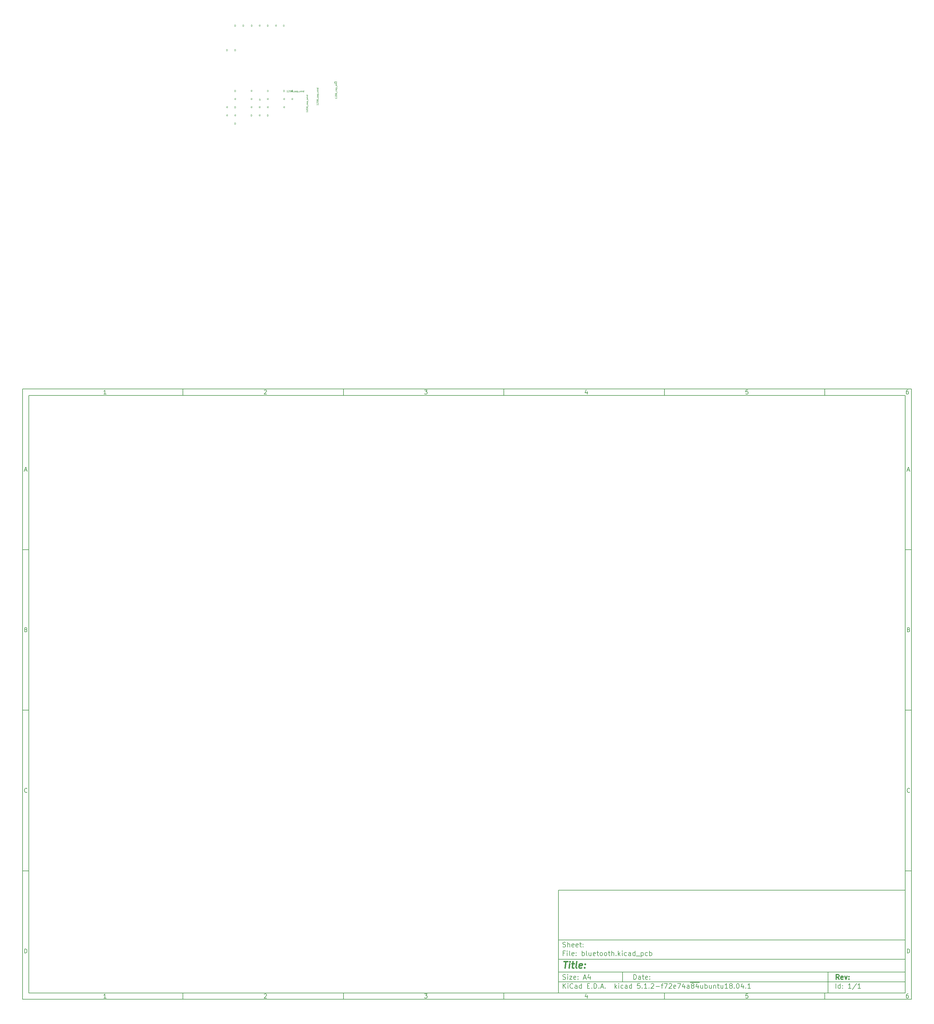
<source format=gbr>
%TF.GenerationSoftware,KiCad,Pcbnew,5.1.2-f72e74a~84~ubuntu18.04.1*%
%TF.CreationDate,2019-07-21T14:48:09+03:00*%
%TF.ProjectId,bluetooth,626c7565-746f-46f7-9468-2e6b69636164,rev?*%
%TF.SameCoordinates,Original*%
%TF.FileFunction,Other,Fab,Top*%
%FSLAX46Y46*%
G04 Gerber Fmt 4.6, Leading zero omitted, Abs format (unit mm)*
G04 Created by KiCad (PCBNEW 5.1.2-f72e74a~84~ubuntu18.04.1) date 2019-07-21 14:48:09*
%MOMM*%
%LPD*%
G04 APERTURE LIST*
%ADD10C,0.100000*%
%ADD11C,0.150000*%
%ADD12C,0.300000*%
%ADD13C,0.400000*%
%ADD14C,0.010000*%
G04 APERTURE END LIST*
D10*
D11*
X177002200Y-166007200D02*
X177002200Y-198007200D01*
X285002200Y-198007200D01*
X285002200Y-166007200D01*
X177002200Y-166007200D01*
D10*
D11*
X10000000Y-10000000D02*
X10000000Y-200007200D01*
X287002200Y-200007200D01*
X287002200Y-10000000D01*
X10000000Y-10000000D01*
D10*
D11*
X12000000Y-12000000D02*
X12000000Y-198007200D01*
X285002200Y-198007200D01*
X285002200Y-12000000D01*
X12000000Y-12000000D01*
D10*
D11*
X60000000Y-12000000D02*
X60000000Y-10000000D01*
D10*
D11*
X110000000Y-12000000D02*
X110000000Y-10000000D01*
D10*
D11*
X160000000Y-12000000D02*
X160000000Y-10000000D01*
D10*
D11*
X210000000Y-12000000D02*
X210000000Y-10000000D01*
D10*
D11*
X260000000Y-12000000D02*
X260000000Y-10000000D01*
D10*
D11*
X36065476Y-11588095D02*
X35322619Y-11588095D01*
X35694047Y-11588095D02*
X35694047Y-10288095D01*
X35570238Y-10473809D01*
X35446428Y-10597619D01*
X35322619Y-10659523D01*
D10*
D11*
X85322619Y-10411904D02*
X85384523Y-10350000D01*
X85508333Y-10288095D01*
X85817857Y-10288095D01*
X85941666Y-10350000D01*
X86003571Y-10411904D01*
X86065476Y-10535714D01*
X86065476Y-10659523D01*
X86003571Y-10845238D01*
X85260714Y-11588095D01*
X86065476Y-11588095D01*
D10*
D11*
X135260714Y-10288095D02*
X136065476Y-10288095D01*
X135632142Y-10783333D01*
X135817857Y-10783333D01*
X135941666Y-10845238D01*
X136003571Y-10907142D01*
X136065476Y-11030952D01*
X136065476Y-11340476D01*
X136003571Y-11464285D01*
X135941666Y-11526190D01*
X135817857Y-11588095D01*
X135446428Y-11588095D01*
X135322619Y-11526190D01*
X135260714Y-11464285D01*
D10*
D11*
X185941666Y-10721428D02*
X185941666Y-11588095D01*
X185632142Y-10226190D02*
X185322619Y-11154761D01*
X186127380Y-11154761D01*
D10*
D11*
X236003571Y-10288095D02*
X235384523Y-10288095D01*
X235322619Y-10907142D01*
X235384523Y-10845238D01*
X235508333Y-10783333D01*
X235817857Y-10783333D01*
X235941666Y-10845238D01*
X236003571Y-10907142D01*
X236065476Y-11030952D01*
X236065476Y-11340476D01*
X236003571Y-11464285D01*
X235941666Y-11526190D01*
X235817857Y-11588095D01*
X235508333Y-11588095D01*
X235384523Y-11526190D01*
X235322619Y-11464285D01*
D10*
D11*
X285941666Y-10288095D02*
X285694047Y-10288095D01*
X285570238Y-10350000D01*
X285508333Y-10411904D01*
X285384523Y-10597619D01*
X285322619Y-10845238D01*
X285322619Y-11340476D01*
X285384523Y-11464285D01*
X285446428Y-11526190D01*
X285570238Y-11588095D01*
X285817857Y-11588095D01*
X285941666Y-11526190D01*
X286003571Y-11464285D01*
X286065476Y-11340476D01*
X286065476Y-11030952D01*
X286003571Y-10907142D01*
X285941666Y-10845238D01*
X285817857Y-10783333D01*
X285570238Y-10783333D01*
X285446428Y-10845238D01*
X285384523Y-10907142D01*
X285322619Y-11030952D01*
D10*
D11*
X60000000Y-198007200D02*
X60000000Y-200007200D01*
D10*
D11*
X110000000Y-198007200D02*
X110000000Y-200007200D01*
D10*
D11*
X160000000Y-198007200D02*
X160000000Y-200007200D01*
D10*
D11*
X210000000Y-198007200D02*
X210000000Y-200007200D01*
D10*
D11*
X260000000Y-198007200D02*
X260000000Y-200007200D01*
D10*
D11*
X36065476Y-199595295D02*
X35322619Y-199595295D01*
X35694047Y-199595295D02*
X35694047Y-198295295D01*
X35570238Y-198481009D01*
X35446428Y-198604819D01*
X35322619Y-198666723D01*
D10*
D11*
X85322619Y-198419104D02*
X85384523Y-198357200D01*
X85508333Y-198295295D01*
X85817857Y-198295295D01*
X85941666Y-198357200D01*
X86003571Y-198419104D01*
X86065476Y-198542914D01*
X86065476Y-198666723D01*
X86003571Y-198852438D01*
X85260714Y-199595295D01*
X86065476Y-199595295D01*
D10*
D11*
X135260714Y-198295295D02*
X136065476Y-198295295D01*
X135632142Y-198790533D01*
X135817857Y-198790533D01*
X135941666Y-198852438D01*
X136003571Y-198914342D01*
X136065476Y-199038152D01*
X136065476Y-199347676D01*
X136003571Y-199471485D01*
X135941666Y-199533390D01*
X135817857Y-199595295D01*
X135446428Y-199595295D01*
X135322619Y-199533390D01*
X135260714Y-199471485D01*
D10*
D11*
X185941666Y-198728628D02*
X185941666Y-199595295D01*
X185632142Y-198233390D02*
X185322619Y-199161961D01*
X186127380Y-199161961D01*
D10*
D11*
X236003571Y-198295295D02*
X235384523Y-198295295D01*
X235322619Y-198914342D01*
X235384523Y-198852438D01*
X235508333Y-198790533D01*
X235817857Y-198790533D01*
X235941666Y-198852438D01*
X236003571Y-198914342D01*
X236065476Y-199038152D01*
X236065476Y-199347676D01*
X236003571Y-199471485D01*
X235941666Y-199533390D01*
X235817857Y-199595295D01*
X235508333Y-199595295D01*
X235384523Y-199533390D01*
X235322619Y-199471485D01*
D10*
D11*
X285941666Y-198295295D02*
X285694047Y-198295295D01*
X285570238Y-198357200D01*
X285508333Y-198419104D01*
X285384523Y-198604819D01*
X285322619Y-198852438D01*
X285322619Y-199347676D01*
X285384523Y-199471485D01*
X285446428Y-199533390D01*
X285570238Y-199595295D01*
X285817857Y-199595295D01*
X285941666Y-199533390D01*
X286003571Y-199471485D01*
X286065476Y-199347676D01*
X286065476Y-199038152D01*
X286003571Y-198914342D01*
X285941666Y-198852438D01*
X285817857Y-198790533D01*
X285570238Y-198790533D01*
X285446428Y-198852438D01*
X285384523Y-198914342D01*
X285322619Y-199038152D01*
D10*
D11*
X10000000Y-60000000D02*
X12000000Y-60000000D01*
D10*
D11*
X10000000Y-110000000D02*
X12000000Y-110000000D01*
D10*
D11*
X10000000Y-160000000D02*
X12000000Y-160000000D01*
D10*
D11*
X10690476Y-35216666D02*
X11309523Y-35216666D01*
X10566666Y-35588095D02*
X11000000Y-34288095D01*
X11433333Y-35588095D01*
D10*
D11*
X11092857Y-84907142D02*
X11278571Y-84969047D01*
X11340476Y-85030952D01*
X11402380Y-85154761D01*
X11402380Y-85340476D01*
X11340476Y-85464285D01*
X11278571Y-85526190D01*
X11154761Y-85588095D01*
X10659523Y-85588095D01*
X10659523Y-84288095D01*
X11092857Y-84288095D01*
X11216666Y-84350000D01*
X11278571Y-84411904D01*
X11340476Y-84535714D01*
X11340476Y-84659523D01*
X11278571Y-84783333D01*
X11216666Y-84845238D01*
X11092857Y-84907142D01*
X10659523Y-84907142D01*
D10*
D11*
X11402380Y-135464285D02*
X11340476Y-135526190D01*
X11154761Y-135588095D01*
X11030952Y-135588095D01*
X10845238Y-135526190D01*
X10721428Y-135402380D01*
X10659523Y-135278571D01*
X10597619Y-135030952D01*
X10597619Y-134845238D01*
X10659523Y-134597619D01*
X10721428Y-134473809D01*
X10845238Y-134350000D01*
X11030952Y-134288095D01*
X11154761Y-134288095D01*
X11340476Y-134350000D01*
X11402380Y-134411904D01*
D10*
D11*
X10659523Y-185588095D02*
X10659523Y-184288095D01*
X10969047Y-184288095D01*
X11154761Y-184350000D01*
X11278571Y-184473809D01*
X11340476Y-184597619D01*
X11402380Y-184845238D01*
X11402380Y-185030952D01*
X11340476Y-185278571D01*
X11278571Y-185402380D01*
X11154761Y-185526190D01*
X10969047Y-185588095D01*
X10659523Y-185588095D01*
D10*
D11*
X287002200Y-60000000D02*
X285002200Y-60000000D01*
D10*
D11*
X287002200Y-110000000D02*
X285002200Y-110000000D01*
D10*
D11*
X287002200Y-160000000D02*
X285002200Y-160000000D01*
D10*
D11*
X285692676Y-35216666D02*
X286311723Y-35216666D01*
X285568866Y-35588095D02*
X286002200Y-34288095D01*
X286435533Y-35588095D01*
D10*
D11*
X286095057Y-84907142D02*
X286280771Y-84969047D01*
X286342676Y-85030952D01*
X286404580Y-85154761D01*
X286404580Y-85340476D01*
X286342676Y-85464285D01*
X286280771Y-85526190D01*
X286156961Y-85588095D01*
X285661723Y-85588095D01*
X285661723Y-84288095D01*
X286095057Y-84288095D01*
X286218866Y-84350000D01*
X286280771Y-84411904D01*
X286342676Y-84535714D01*
X286342676Y-84659523D01*
X286280771Y-84783333D01*
X286218866Y-84845238D01*
X286095057Y-84907142D01*
X285661723Y-84907142D01*
D10*
D11*
X286404580Y-135464285D02*
X286342676Y-135526190D01*
X286156961Y-135588095D01*
X286033152Y-135588095D01*
X285847438Y-135526190D01*
X285723628Y-135402380D01*
X285661723Y-135278571D01*
X285599819Y-135030952D01*
X285599819Y-134845238D01*
X285661723Y-134597619D01*
X285723628Y-134473809D01*
X285847438Y-134350000D01*
X286033152Y-134288095D01*
X286156961Y-134288095D01*
X286342676Y-134350000D01*
X286404580Y-134411904D01*
D10*
D11*
X285661723Y-185588095D02*
X285661723Y-184288095D01*
X285971247Y-184288095D01*
X286156961Y-184350000D01*
X286280771Y-184473809D01*
X286342676Y-184597619D01*
X286404580Y-184845238D01*
X286404580Y-185030952D01*
X286342676Y-185278571D01*
X286280771Y-185402380D01*
X286156961Y-185526190D01*
X285971247Y-185588095D01*
X285661723Y-185588095D01*
D10*
D11*
X200434342Y-193785771D02*
X200434342Y-192285771D01*
X200791485Y-192285771D01*
X201005771Y-192357200D01*
X201148628Y-192500057D01*
X201220057Y-192642914D01*
X201291485Y-192928628D01*
X201291485Y-193142914D01*
X201220057Y-193428628D01*
X201148628Y-193571485D01*
X201005771Y-193714342D01*
X200791485Y-193785771D01*
X200434342Y-193785771D01*
X202577200Y-193785771D02*
X202577200Y-193000057D01*
X202505771Y-192857200D01*
X202362914Y-192785771D01*
X202077200Y-192785771D01*
X201934342Y-192857200D01*
X202577200Y-193714342D02*
X202434342Y-193785771D01*
X202077200Y-193785771D01*
X201934342Y-193714342D01*
X201862914Y-193571485D01*
X201862914Y-193428628D01*
X201934342Y-193285771D01*
X202077200Y-193214342D01*
X202434342Y-193214342D01*
X202577200Y-193142914D01*
X203077200Y-192785771D02*
X203648628Y-192785771D01*
X203291485Y-192285771D02*
X203291485Y-193571485D01*
X203362914Y-193714342D01*
X203505771Y-193785771D01*
X203648628Y-193785771D01*
X204720057Y-193714342D02*
X204577200Y-193785771D01*
X204291485Y-193785771D01*
X204148628Y-193714342D01*
X204077200Y-193571485D01*
X204077200Y-193000057D01*
X204148628Y-192857200D01*
X204291485Y-192785771D01*
X204577200Y-192785771D01*
X204720057Y-192857200D01*
X204791485Y-193000057D01*
X204791485Y-193142914D01*
X204077200Y-193285771D01*
X205434342Y-193642914D02*
X205505771Y-193714342D01*
X205434342Y-193785771D01*
X205362914Y-193714342D01*
X205434342Y-193642914D01*
X205434342Y-193785771D01*
X205434342Y-192857200D02*
X205505771Y-192928628D01*
X205434342Y-193000057D01*
X205362914Y-192928628D01*
X205434342Y-192857200D01*
X205434342Y-193000057D01*
D10*
D11*
X177002200Y-194507200D02*
X285002200Y-194507200D01*
D10*
D11*
X178434342Y-196585771D02*
X178434342Y-195085771D01*
X179291485Y-196585771D02*
X178648628Y-195728628D01*
X179291485Y-195085771D02*
X178434342Y-195942914D01*
X179934342Y-196585771D02*
X179934342Y-195585771D01*
X179934342Y-195085771D02*
X179862914Y-195157200D01*
X179934342Y-195228628D01*
X180005771Y-195157200D01*
X179934342Y-195085771D01*
X179934342Y-195228628D01*
X181505771Y-196442914D02*
X181434342Y-196514342D01*
X181220057Y-196585771D01*
X181077200Y-196585771D01*
X180862914Y-196514342D01*
X180720057Y-196371485D01*
X180648628Y-196228628D01*
X180577200Y-195942914D01*
X180577200Y-195728628D01*
X180648628Y-195442914D01*
X180720057Y-195300057D01*
X180862914Y-195157200D01*
X181077200Y-195085771D01*
X181220057Y-195085771D01*
X181434342Y-195157200D01*
X181505771Y-195228628D01*
X182791485Y-196585771D02*
X182791485Y-195800057D01*
X182720057Y-195657200D01*
X182577200Y-195585771D01*
X182291485Y-195585771D01*
X182148628Y-195657200D01*
X182791485Y-196514342D02*
X182648628Y-196585771D01*
X182291485Y-196585771D01*
X182148628Y-196514342D01*
X182077200Y-196371485D01*
X182077200Y-196228628D01*
X182148628Y-196085771D01*
X182291485Y-196014342D01*
X182648628Y-196014342D01*
X182791485Y-195942914D01*
X184148628Y-196585771D02*
X184148628Y-195085771D01*
X184148628Y-196514342D02*
X184005771Y-196585771D01*
X183720057Y-196585771D01*
X183577200Y-196514342D01*
X183505771Y-196442914D01*
X183434342Y-196300057D01*
X183434342Y-195871485D01*
X183505771Y-195728628D01*
X183577200Y-195657200D01*
X183720057Y-195585771D01*
X184005771Y-195585771D01*
X184148628Y-195657200D01*
X186005771Y-195800057D02*
X186505771Y-195800057D01*
X186720057Y-196585771D02*
X186005771Y-196585771D01*
X186005771Y-195085771D01*
X186720057Y-195085771D01*
X187362914Y-196442914D02*
X187434342Y-196514342D01*
X187362914Y-196585771D01*
X187291485Y-196514342D01*
X187362914Y-196442914D01*
X187362914Y-196585771D01*
X188077200Y-196585771D02*
X188077200Y-195085771D01*
X188434342Y-195085771D01*
X188648628Y-195157200D01*
X188791485Y-195300057D01*
X188862914Y-195442914D01*
X188934342Y-195728628D01*
X188934342Y-195942914D01*
X188862914Y-196228628D01*
X188791485Y-196371485D01*
X188648628Y-196514342D01*
X188434342Y-196585771D01*
X188077200Y-196585771D01*
X189577200Y-196442914D02*
X189648628Y-196514342D01*
X189577200Y-196585771D01*
X189505771Y-196514342D01*
X189577200Y-196442914D01*
X189577200Y-196585771D01*
X190220057Y-196157200D02*
X190934342Y-196157200D01*
X190077200Y-196585771D02*
X190577200Y-195085771D01*
X191077200Y-196585771D01*
X191577200Y-196442914D02*
X191648628Y-196514342D01*
X191577200Y-196585771D01*
X191505771Y-196514342D01*
X191577200Y-196442914D01*
X191577200Y-196585771D01*
X194577200Y-196585771D02*
X194577200Y-195085771D01*
X194720057Y-196014342D02*
X195148628Y-196585771D01*
X195148628Y-195585771D02*
X194577200Y-196157200D01*
X195791485Y-196585771D02*
X195791485Y-195585771D01*
X195791485Y-195085771D02*
X195720057Y-195157200D01*
X195791485Y-195228628D01*
X195862914Y-195157200D01*
X195791485Y-195085771D01*
X195791485Y-195228628D01*
X197148628Y-196514342D02*
X197005771Y-196585771D01*
X196720057Y-196585771D01*
X196577200Y-196514342D01*
X196505771Y-196442914D01*
X196434342Y-196300057D01*
X196434342Y-195871485D01*
X196505771Y-195728628D01*
X196577200Y-195657200D01*
X196720057Y-195585771D01*
X197005771Y-195585771D01*
X197148628Y-195657200D01*
X198434342Y-196585771D02*
X198434342Y-195800057D01*
X198362914Y-195657200D01*
X198220057Y-195585771D01*
X197934342Y-195585771D01*
X197791485Y-195657200D01*
X198434342Y-196514342D02*
X198291485Y-196585771D01*
X197934342Y-196585771D01*
X197791485Y-196514342D01*
X197720057Y-196371485D01*
X197720057Y-196228628D01*
X197791485Y-196085771D01*
X197934342Y-196014342D01*
X198291485Y-196014342D01*
X198434342Y-195942914D01*
X199791485Y-196585771D02*
X199791485Y-195085771D01*
X199791485Y-196514342D02*
X199648628Y-196585771D01*
X199362914Y-196585771D01*
X199220057Y-196514342D01*
X199148628Y-196442914D01*
X199077200Y-196300057D01*
X199077200Y-195871485D01*
X199148628Y-195728628D01*
X199220057Y-195657200D01*
X199362914Y-195585771D01*
X199648628Y-195585771D01*
X199791485Y-195657200D01*
X202362914Y-195085771D02*
X201648628Y-195085771D01*
X201577200Y-195800057D01*
X201648628Y-195728628D01*
X201791485Y-195657200D01*
X202148628Y-195657200D01*
X202291485Y-195728628D01*
X202362914Y-195800057D01*
X202434342Y-195942914D01*
X202434342Y-196300057D01*
X202362914Y-196442914D01*
X202291485Y-196514342D01*
X202148628Y-196585771D01*
X201791485Y-196585771D01*
X201648628Y-196514342D01*
X201577200Y-196442914D01*
X203077200Y-196442914D02*
X203148628Y-196514342D01*
X203077200Y-196585771D01*
X203005771Y-196514342D01*
X203077200Y-196442914D01*
X203077200Y-196585771D01*
X204577200Y-196585771D02*
X203720057Y-196585771D01*
X204148628Y-196585771D02*
X204148628Y-195085771D01*
X204005771Y-195300057D01*
X203862914Y-195442914D01*
X203720057Y-195514342D01*
X205220057Y-196442914D02*
X205291485Y-196514342D01*
X205220057Y-196585771D01*
X205148628Y-196514342D01*
X205220057Y-196442914D01*
X205220057Y-196585771D01*
X205862914Y-195228628D02*
X205934342Y-195157200D01*
X206077200Y-195085771D01*
X206434342Y-195085771D01*
X206577200Y-195157200D01*
X206648628Y-195228628D01*
X206720057Y-195371485D01*
X206720057Y-195514342D01*
X206648628Y-195728628D01*
X205791485Y-196585771D01*
X206720057Y-196585771D01*
X207362914Y-196014342D02*
X208505771Y-196014342D01*
X209005771Y-195585771D02*
X209577200Y-195585771D01*
X209220057Y-196585771D02*
X209220057Y-195300057D01*
X209291485Y-195157200D01*
X209434342Y-195085771D01*
X209577200Y-195085771D01*
X209934342Y-195085771D02*
X210934342Y-195085771D01*
X210291485Y-196585771D01*
X211434342Y-195228628D02*
X211505771Y-195157200D01*
X211648628Y-195085771D01*
X212005771Y-195085771D01*
X212148628Y-195157200D01*
X212220057Y-195228628D01*
X212291485Y-195371485D01*
X212291485Y-195514342D01*
X212220057Y-195728628D01*
X211362914Y-196585771D01*
X212291485Y-196585771D01*
X213505771Y-196514342D02*
X213362914Y-196585771D01*
X213077200Y-196585771D01*
X212934342Y-196514342D01*
X212862914Y-196371485D01*
X212862914Y-195800057D01*
X212934342Y-195657200D01*
X213077200Y-195585771D01*
X213362914Y-195585771D01*
X213505771Y-195657200D01*
X213577200Y-195800057D01*
X213577200Y-195942914D01*
X212862914Y-196085771D01*
X214077200Y-195085771D02*
X215077200Y-195085771D01*
X214434342Y-196585771D01*
X216291485Y-195585771D02*
X216291485Y-196585771D01*
X215934342Y-195014342D02*
X215577200Y-196085771D01*
X216505771Y-196085771D01*
X217720057Y-196585771D02*
X217720057Y-195800057D01*
X217648628Y-195657200D01*
X217505771Y-195585771D01*
X217220057Y-195585771D01*
X217077200Y-195657200D01*
X217720057Y-196514342D02*
X217577200Y-196585771D01*
X217220057Y-196585771D01*
X217077200Y-196514342D01*
X217005771Y-196371485D01*
X217005771Y-196228628D01*
X217077200Y-196085771D01*
X217220057Y-196014342D01*
X217577200Y-196014342D01*
X217720057Y-195942914D01*
X218077200Y-194677200D02*
X219505771Y-194677200D01*
X218648628Y-195728628D02*
X218505771Y-195657200D01*
X218434342Y-195585771D01*
X218362914Y-195442914D01*
X218362914Y-195371485D01*
X218434342Y-195228628D01*
X218505771Y-195157200D01*
X218648628Y-195085771D01*
X218934342Y-195085771D01*
X219077200Y-195157200D01*
X219148628Y-195228628D01*
X219220057Y-195371485D01*
X219220057Y-195442914D01*
X219148628Y-195585771D01*
X219077200Y-195657200D01*
X218934342Y-195728628D01*
X218648628Y-195728628D01*
X218505771Y-195800057D01*
X218434342Y-195871485D01*
X218362914Y-196014342D01*
X218362914Y-196300057D01*
X218434342Y-196442914D01*
X218505771Y-196514342D01*
X218648628Y-196585771D01*
X218934342Y-196585771D01*
X219077200Y-196514342D01*
X219148628Y-196442914D01*
X219220057Y-196300057D01*
X219220057Y-196014342D01*
X219148628Y-195871485D01*
X219077200Y-195800057D01*
X218934342Y-195728628D01*
X219505771Y-194677200D02*
X220934342Y-194677200D01*
X220505771Y-195585771D02*
X220505771Y-196585771D01*
X220148628Y-195014342D02*
X219791485Y-196085771D01*
X220720057Y-196085771D01*
X221934342Y-195585771D02*
X221934342Y-196585771D01*
X221291485Y-195585771D02*
X221291485Y-196371485D01*
X221362914Y-196514342D01*
X221505771Y-196585771D01*
X221720057Y-196585771D01*
X221862914Y-196514342D01*
X221934342Y-196442914D01*
X222648628Y-196585771D02*
X222648628Y-195085771D01*
X222648628Y-195657200D02*
X222791485Y-195585771D01*
X223077200Y-195585771D01*
X223220057Y-195657200D01*
X223291485Y-195728628D01*
X223362914Y-195871485D01*
X223362914Y-196300057D01*
X223291485Y-196442914D01*
X223220057Y-196514342D01*
X223077200Y-196585771D01*
X222791485Y-196585771D01*
X222648628Y-196514342D01*
X224648628Y-195585771D02*
X224648628Y-196585771D01*
X224005771Y-195585771D02*
X224005771Y-196371485D01*
X224077200Y-196514342D01*
X224220057Y-196585771D01*
X224434342Y-196585771D01*
X224577200Y-196514342D01*
X224648628Y-196442914D01*
X225362914Y-195585771D02*
X225362914Y-196585771D01*
X225362914Y-195728628D02*
X225434342Y-195657200D01*
X225577200Y-195585771D01*
X225791485Y-195585771D01*
X225934342Y-195657200D01*
X226005771Y-195800057D01*
X226005771Y-196585771D01*
X226505771Y-195585771D02*
X227077200Y-195585771D01*
X226720057Y-195085771D02*
X226720057Y-196371485D01*
X226791485Y-196514342D01*
X226934342Y-196585771D01*
X227077200Y-196585771D01*
X228220057Y-195585771D02*
X228220057Y-196585771D01*
X227577200Y-195585771D02*
X227577200Y-196371485D01*
X227648628Y-196514342D01*
X227791485Y-196585771D01*
X228005771Y-196585771D01*
X228148628Y-196514342D01*
X228220057Y-196442914D01*
X229720057Y-196585771D02*
X228862914Y-196585771D01*
X229291485Y-196585771D02*
X229291485Y-195085771D01*
X229148628Y-195300057D01*
X229005771Y-195442914D01*
X228862914Y-195514342D01*
X230577200Y-195728628D02*
X230434342Y-195657200D01*
X230362914Y-195585771D01*
X230291485Y-195442914D01*
X230291485Y-195371485D01*
X230362914Y-195228628D01*
X230434342Y-195157200D01*
X230577200Y-195085771D01*
X230862914Y-195085771D01*
X231005771Y-195157200D01*
X231077200Y-195228628D01*
X231148628Y-195371485D01*
X231148628Y-195442914D01*
X231077200Y-195585771D01*
X231005771Y-195657200D01*
X230862914Y-195728628D01*
X230577200Y-195728628D01*
X230434342Y-195800057D01*
X230362914Y-195871485D01*
X230291485Y-196014342D01*
X230291485Y-196300057D01*
X230362914Y-196442914D01*
X230434342Y-196514342D01*
X230577200Y-196585771D01*
X230862914Y-196585771D01*
X231005771Y-196514342D01*
X231077200Y-196442914D01*
X231148628Y-196300057D01*
X231148628Y-196014342D01*
X231077200Y-195871485D01*
X231005771Y-195800057D01*
X230862914Y-195728628D01*
X231791485Y-196442914D02*
X231862914Y-196514342D01*
X231791485Y-196585771D01*
X231720057Y-196514342D01*
X231791485Y-196442914D01*
X231791485Y-196585771D01*
X232791485Y-195085771D02*
X232934342Y-195085771D01*
X233077200Y-195157200D01*
X233148628Y-195228628D01*
X233220057Y-195371485D01*
X233291485Y-195657200D01*
X233291485Y-196014342D01*
X233220057Y-196300057D01*
X233148628Y-196442914D01*
X233077200Y-196514342D01*
X232934342Y-196585771D01*
X232791485Y-196585771D01*
X232648628Y-196514342D01*
X232577200Y-196442914D01*
X232505771Y-196300057D01*
X232434342Y-196014342D01*
X232434342Y-195657200D01*
X232505771Y-195371485D01*
X232577200Y-195228628D01*
X232648628Y-195157200D01*
X232791485Y-195085771D01*
X234577200Y-195585771D02*
X234577200Y-196585771D01*
X234220057Y-195014342D02*
X233862914Y-196085771D01*
X234791485Y-196085771D01*
X235362914Y-196442914D02*
X235434342Y-196514342D01*
X235362914Y-196585771D01*
X235291485Y-196514342D01*
X235362914Y-196442914D01*
X235362914Y-196585771D01*
X236862914Y-196585771D02*
X236005771Y-196585771D01*
X236434342Y-196585771D02*
X236434342Y-195085771D01*
X236291485Y-195300057D01*
X236148628Y-195442914D01*
X236005771Y-195514342D01*
D10*
D11*
X177002200Y-191507200D02*
X285002200Y-191507200D01*
D10*
D12*
X264411485Y-193785771D02*
X263911485Y-193071485D01*
X263554342Y-193785771D02*
X263554342Y-192285771D01*
X264125771Y-192285771D01*
X264268628Y-192357200D01*
X264340057Y-192428628D01*
X264411485Y-192571485D01*
X264411485Y-192785771D01*
X264340057Y-192928628D01*
X264268628Y-193000057D01*
X264125771Y-193071485D01*
X263554342Y-193071485D01*
X265625771Y-193714342D02*
X265482914Y-193785771D01*
X265197200Y-193785771D01*
X265054342Y-193714342D01*
X264982914Y-193571485D01*
X264982914Y-193000057D01*
X265054342Y-192857200D01*
X265197200Y-192785771D01*
X265482914Y-192785771D01*
X265625771Y-192857200D01*
X265697200Y-193000057D01*
X265697200Y-193142914D01*
X264982914Y-193285771D01*
X266197200Y-192785771D02*
X266554342Y-193785771D01*
X266911485Y-192785771D01*
X267482914Y-193642914D02*
X267554342Y-193714342D01*
X267482914Y-193785771D01*
X267411485Y-193714342D01*
X267482914Y-193642914D01*
X267482914Y-193785771D01*
X267482914Y-192857200D02*
X267554342Y-192928628D01*
X267482914Y-193000057D01*
X267411485Y-192928628D01*
X267482914Y-192857200D01*
X267482914Y-193000057D01*
D10*
D11*
X178362914Y-193714342D02*
X178577200Y-193785771D01*
X178934342Y-193785771D01*
X179077200Y-193714342D01*
X179148628Y-193642914D01*
X179220057Y-193500057D01*
X179220057Y-193357200D01*
X179148628Y-193214342D01*
X179077200Y-193142914D01*
X178934342Y-193071485D01*
X178648628Y-193000057D01*
X178505771Y-192928628D01*
X178434342Y-192857200D01*
X178362914Y-192714342D01*
X178362914Y-192571485D01*
X178434342Y-192428628D01*
X178505771Y-192357200D01*
X178648628Y-192285771D01*
X179005771Y-192285771D01*
X179220057Y-192357200D01*
X179862914Y-193785771D02*
X179862914Y-192785771D01*
X179862914Y-192285771D02*
X179791485Y-192357200D01*
X179862914Y-192428628D01*
X179934342Y-192357200D01*
X179862914Y-192285771D01*
X179862914Y-192428628D01*
X180434342Y-192785771D02*
X181220057Y-192785771D01*
X180434342Y-193785771D01*
X181220057Y-193785771D01*
X182362914Y-193714342D02*
X182220057Y-193785771D01*
X181934342Y-193785771D01*
X181791485Y-193714342D01*
X181720057Y-193571485D01*
X181720057Y-193000057D01*
X181791485Y-192857200D01*
X181934342Y-192785771D01*
X182220057Y-192785771D01*
X182362914Y-192857200D01*
X182434342Y-193000057D01*
X182434342Y-193142914D01*
X181720057Y-193285771D01*
X183077200Y-193642914D02*
X183148628Y-193714342D01*
X183077200Y-193785771D01*
X183005771Y-193714342D01*
X183077200Y-193642914D01*
X183077200Y-193785771D01*
X183077200Y-192857200D02*
X183148628Y-192928628D01*
X183077200Y-193000057D01*
X183005771Y-192928628D01*
X183077200Y-192857200D01*
X183077200Y-193000057D01*
X184862914Y-193357200D02*
X185577200Y-193357200D01*
X184720057Y-193785771D02*
X185220057Y-192285771D01*
X185720057Y-193785771D01*
X186862914Y-192785771D02*
X186862914Y-193785771D01*
X186505771Y-192214342D02*
X186148628Y-193285771D01*
X187077200Y-193285771D01*
D10*
D11*
X263434342Y-196585771D02*
X263434342Y-195085771D01*
X264791485Y-196585771D02*
X264791485Y-195085771D01*
X264791485Y-196514342D02*
X264648628Y-196585771D01*
X264362914Y-196585771D01*
X264220057Y-196514342D01*
X264148628Y-196442914D01*
X264077200Y-196300057D01*
X264077200Y-195871485D01*
X264148628Y-195728628D01*
X264220057Y-195657200D01*
X264362914Y-195585771D01*
X264648628Y-195585771D01*
X264791485Y-195657200D01*
X265505771Y-196442914D02*
X265577200Y-196514342D01*
X265505771Y-196585771D01*
X265434342Y-196514342D01*
X265505771Y-196442914D01*
X265505771Y-196585771D01*
X265505771Y-195657200D02*
X265577200Y-195728628D01*
X265505771Y-195800057D01*
X265434342Y-195728628D01*
X265505771Y-195657200D01*
X265505771Y-195800057D01*
X268148628Y-196585771D02*
X267291485Y-196585771D01*
X267720057Y-196585771D02*
X267720057Y-195085771D01*
X267577200Y-195300057D01*
X267434342Y-195442914D01*
X267291485Y-195514342D01*
X269862914Y-195014342D02*
X268577200Y-196942914D01*
X271148628Y-196585771D02*
X270291485Y-196585771D01*
X270720057Y-196585771D02*
X270720057Y-195085771D01*
X270577200Y-195300057D01*
X270434342Y-195442914D01*
X270291485Y-195514342D01*
D10*
D11*
X177002200Y-187507200D02*
X285002200Y-187507200D01*
D10*
D13*
X178714580Y-188211961D02*
X179857438Y-188211961D01*
X179036009Y-190211961D02*
X179286009Y-188211961D01*
X180274104Y-190211961D02*
X180440771Y-188878628D01*
X180524104Y-188211961D02*
X180416961Y-188307200D01*
X180500295Y-188402438D01*
X180607438Y-188307200D01*
X180524104Y-188211961D01*
X180500295Y-188402438D01*
X181107438Y-188878628D02*
X181869342Y-188878628D01*
X181476485Y-188211961D02*
X181262200Y-189926247D01*
X181333628Y-190116723D01*
X181512200Y-190211961D01*
X181702676Y-190211961D01*
X182655057Y-190211961D02*
X182476485Y-190116723D01*
X182405057Y-189926247D01*
X182619342Y-188211961D01*
X184190771Y-190116723D02*
X183988390Y-190211961D01*
X183607438Y-190211961D01*
X183428866Y-190116723D01*
X183357438Y-189926247D01*
X183452676Y-189164342D01*
X183571723Y-188973866D01*
X183774104Y-188878628D01*
X184155057Y-188878628D01*
X184333628Y-188973866D01*
X184405057Y-189164342D01*
X184381247Y-189354819D01*
X183405057Y-189545295D01*
X185155057Y-190021485D02*
X185238390Y-190116723D01*
X185131247Y-190211961D01*
X185047914Y-190116723D01*
X185155057Y-190021485D01*
X185131247Y-190211961D01*
X185286009Y-188973866D02*
X185369342Y-189069104D01*
X185262200Y-189164342D01*
X185178866Y-189069104D01*
X185286009Y-188973866D01*
X185262200Y-189164342D01*
D10*
D11*
X178934342Y-185600057D02*
X178434342Y-185600057D01*
X178434342Y-186385771D02*
X178434342Y-184885771D01*
X179148628Y-184885771D01*
X179720057Y-186385771D02*
X179720057Y-185385771D01*
X179720057Y-184885771D02*
X179648628Y-184957200D01*
X179720057Y-185028628D01*
X179791485Y-184957200D01*
X179720057Y-184885771D01*
X179720057Y-185028628D01*
X180648628Y-186385771D02*
X180505771Y-186314342D01*
X180434342Y-186171485D01*
X180434342Y-184885771D01*
X181791485Y-186314342D02*
X181648628Y-186385771D01*
X181362914Y-186385771D01*
X181220057Y-186314342D01*
X181148628Y-186171485D01*
X181148628Y-185600057D01*
X181220057Y-185457200D01*
X181362914Y-185385771D01*
X181648628Y-185385771D01*
X181791485Y-185457200D01*
X181862914Y-185600057D01*
X181862914Y-185742914D01*
X181148628Y-185885771D01*
X182505771Y-186242914D02*
X182577200Y-186314342D01*
X182505771Y-186385771D01*
X182434342Y-186314342D01*
X182505771Y-186242914D01*
X182505771Y-186385771D01*
X182505771Y-185457200D02*
X182577200Y-185528628D01*
X182505771Y-185600057D01*
X182434342Y-185528628D01*
X182505771Y-185457200D01*
X182505771Y-185600057D01*
X184362914Y-186385771D02*
X184362914Y-184885771D01*
X184362914Y-185457200D02*
X184505771Y-185385771D01*
X184791485Y-185385771D01*
X184934342Y-185457200D01*
X185005771Y-185528628D01*
X185077200Y-185671485D01*
X185077200Y-186100057D01*
X185005771Y-186242914D01*
X184934342Y-186314342D01*
X184791485Y-186385771D01*
X184505771Y-186385771D01*
X184362914Y-186314342D01*
X185934342Y-186385771D02*
X185791485Y-186314342D01*
X185720057Y-186171485D01*
X185720057Y-184885771D01*
X187148628Y-185385771D02*
X187148628Y-186385771D01*
X186505771Y-185385771D02*
X186505771Y-186171485D01*
X186577200Y-186314342D01*
X186720057Y-186385771D01*
X186934342Y-186385771D01*
X187077200Y-186314342D01*
X187148628Y-186242914D01*
X188434342Y-186314342D02*
X188291485Y-186385771D01*
X188005771Y-186385771D01*
X187862914Y-186314342D01*
X187791485Y-186171485D01*
X187791485Y-185600057D01*
X187862914Y-185457200D01*
X188005771Y-185385771D01*
X188291485Y-185385771D01*
X188434342Y-185457200D01*
X188505771Y-185600057D01*
X188505771Y-185742914D01*
X187791485Y-185885771D01*
X188934342Y-185385771D02*
X189505771Y-185385771D01*
X189148628Y-184885771D02*
X189148628Y-186171485D01*
X189220057Y-186314342D01*
X189362914Y-186385771D01*
X189505771Y-186385771D01*
X190220057Y-186385771D02*
X190077200Y-186314342D01*
X190005771Y-186242914D01*
X189934342Y-186100057D01*
X189934342Y-185671485D01*
X190005771Y-185528628D01*
X190077200Y-185457200D01*
X190220057Y-185385771D01*
X190434342Y-185385771D01*
X190577200Y-185457200D01*
X190648628Y-185528628D01*
X190720057Y-185671485D01*
X190720057Y-186100057D01*
X190648628Y-186242914D01*
X190577200Y-186314342D01*
X190434342Y-186385771D01*
X190220057Y-186385771D01*
X191577200Y-186385771D02*
X191434342Y-186314342D01*
X191362914Y-186242914D01*
X191291485Y-186100057D01*
X191291485Y-185671485D01*
X191362914Y-185528628D01*
X191434342Y-185457200D01*
X191577200Y-185385771D01*
X191791485Y-185385771D01*
X191934342Y-185457200D01*
X192005771Y-185528628D01*
X192077200Y-185671485D01*
X192077200Y-186100057D01*
X192005771Y-186242914D01*
X191934342Y-186314342D01*
X191791485Y-186385771D01*
X191577200Y-186385771D01*
X192505771Y-185385771D02*
X193077200Y-185385771D01*
X192720057Y-184885771D02*
X192720057Y-186171485D01*
X192791485Y-186314342D01*
X192934342Y-186385771D01*
X193077200Y-186385771D01*
X193577200Y-186385771D02*
X193577200Y-184885771D01*
X194220057Y-186385771D02*
X194220057Y-185600057D01*
X194148628Y-185457200D01*
X194005771Y-185385771D01*
X193791485Y-185385771D01*
X193648628Y-185457200D01*
X193577200Y-185528628D01*
X194934342Y-186242914D02*
X195005771Y-186314342D01*
X194934342Y-186385771D01*
X194862914Y-186314342D01*
X194934342Y-186242914D01*
X194934342Y-186385771D01*
X195648628Y-186385771D02*
X195648628Y-184885771D01*
X195791485Y-185814342D02*
X196220057Y-186385771D01*
X196220057Y-185385771D02*
X195648628Y-185957200D01*
X196862914Y-186385771D02*
X196862914Y-185385771D01*
X196862914Y-184885771D02*
X196791485Y-184957200D01*
X196862914Y-185028628D01*
X196934342Y-184957200D01*
X196862914Y-184885771D01*
X196862914Y-185028628D01*
X198220057Y-186314342D02*
X198077200Y-186385771D01*
X197791485Y-186385771D01*
X197648628Y-186314342D01*
X197577200Y-186242914D01*
X197505771Y-186100057D01*
X197505771Y-185671485D01*
X197577200Y-185528628D01*
X197648628Y-185457200D01*
X197791485Y-185385771D01*
X198077200Y-185385771D01*
X198220057Y-185457200D01*
X199505771Y-186385771D02*
X199505771Y-185600057D01*
X199434342Y-185457200D01*
X199291485Y-185385771D01*
X199005771Y-185385771D01*
X198862914Y-185457200D01*
X199505771Y-186314342D02*
X199362914Y-186385771D01*
X199005771Y-186385771D01*
X198862914Y-186314342D01*
X198791485Y-186171485D01*
X198791485Y-186028628D01*
X198862914Y-185885771D01*
X199005771Y-185814342D01*
X199362914Y-185814342D01*
X199505771Y-185742914D01*
X200862914Y-186385771D02*
X200862914Y-184885771D01*
X200862914Y-186314342D02*
X200720057Y-186385771D01*
X200434342Y-186385771D01*
X200291485Y-186314342D01*
X200220057Y-186242914D01*
X200148628Y-186100057D01*
X200148628Y-185671485D01*
X200220057Y-185528628D01*
X200291485Y-185457200D01*
X200434342Y-185385771D01*
X200720057Y-185385771D01*
X200862914Y-185457200D01*
X201220057Y-186528628D02*
X202362914Y-186528628D01*
X202720057Y-185385771D02*
X202720057Y-186885771D01*
X202720057Y-185457200D02*
X202862914Y-185385771D01*
X203148628Y-185385771D01*
X203291485Y-185457200D01*
X203362914Y-185528628D01*
X203434342Y-185671485D01*
X203434342Y-186100057D01*
X203362914Y-186242914D01*
X203291485Y-186314342D01*
X203148628Y-186385771D01*
X202862914Y-186385771D01*
X202720057Y-186314342D01*
X204720057Y-186314342D02*
X204577200Y-186385771D01*
X204291485Y-186385771D01*
X204148628Y-186314342D01*
X204077200Y-186242914D01*
X204005771Y-186100057D01*
X204005771Y-185671485D01*
X204077200Y-185528628D01*
X204148628Y-185457200D01*
X204291485Y-185385771D01*
X204577200Y-185385771D01*
X204720057Y-185457200D01*
X205362914Y-186385771D02*
X205362914Y-184885771D01*
X205362914Y-185457200D02*
X205505771Y-185385771D01*
X205791485Y-185385771D01*
X205934342Y-185457200D01*
X206005771Y-185528628D01*
X206077200Y-185671485D01*
X206077200Y-186100057D01*
X206005771Y-186242914D01*
X205934342Y-186314342D01*
X205791485Y-186385771D01*
X205505771Y-186385771D01*
X205362914Y-186314342D01*
D10*
D11*
X177002200Y-181507200D02*
X285002200Y-181507200D01*
D10*
D11*
X178362914Y-183614342D02*
X178577200Y-183685771D01*
X178934342Y-183685771D01*
X179077200Y-183614342D01*
X179148628Y-183542914D01*
X179220057Y-183400057D01*
X179220057Y-183257200D01*
X179148628Y-183114342D01*
X179077200Y-183042914D01*
X178934342Y-182971485D01*
X178648628Y-182900057D01*
X178505771Y-182828628D01*
X178434342Y-182757200D01*
X178362914Y-182614342D01*
X178362914Y-182471485D01*
X178434342Y-182328628D01*
X178505771Y-182257200D01*
X178648628Y-182185771D01*
X179005771Y-182185771D01*
X179220057Y-182257200D01*
X179862914Y-183685771D02*
X179862914Y-182185771D01*
X180505771Y-183685771D02*
X180505771Y-182900057D01*
X180434342Y-182757200D01*
X180291485Y-182685771D01*
X180077200Y-182685771D01*
X179934342Y-182757200D01*
X179862914Y-182828628D01*
X181791485Y-183614342D02*
X181648628Y-183685771D01*
X181362914Y-183685771D01*
X181220057Y-183614342D01*
X181148628Y-183471485D01*
X181148628Y-182900057D01*
X181220057Y-182757200D01*
X181362914Y-182685771D01*
X181648628Y-182685771D01*
X181791485Y-182757200D01*
X181862914Y-182900057D01*
X181862914Y-183042914D01*
X181148628Y-183185771D01*
X183077200Y-183614342D02*
X182934342Y-183685771D01*
X182648628Y-183685771D01*
X182505771Y-183614342D01*
X182434342Y-183471485D01*
X182434342Y-182900057D01*
X182505771Y-182757200D01*
X182648628Y-182685771D01*
X182934342Y-182685771D01*
X183077200Y-182757200D01*
X183148628Y-182900057D01*
X183148628Y-183042914D01*
X182434342Y-183185771D01*
X183577200Y-182685771D02*
X184148628Y-182685771D01*
X183791485Y-182185771D02*
X183791485Y-183471485D01*
X183862914Y-183614342D01*
X184005771Y-183685771D01*
X184148628Y-183685771D01*
X184648628Y-183542914D02*
X184720057Y-183614342D01*
X184648628Y-183685771D01*
X184577200Y-183614342D01*
X184648628Y-183542914D01*
X184648628Y-183685771D01*
X184648628Y-182757200D02*
X184720057Y-182828628D01*
X184648628Y-182900057D01*
X184577200Y-182828628D01*
X184648628Y-182757200D01*
X184648628Y-182900057D01*
D10*
D11*
X197002200Y-191507200D02*
X197002200Y-194507200D01*
D10*
D11*
X261002200Y-191507200D02*
X261002200Y-198007200D01*
D14*
X107281380Y85703433D02*
X107281380Y85712957D01*
X107279000Y85717719D01*
X107276619Y85720100D01*
X107269476Y85724862D01*
X107259952Y85727243D01*
X107240904Y85727243D01*
X107236142Y85724862D01*
X107233761Y85722481D01*
X107231380Y85717719D01*
X107231380Y85708195D01*
X107233761Y85703433D01*
X107236142Y85701052D01*
X107240904Y85698671D01*
X107252809Y85698671D01*
X107257571Y85701052D01*
X107259952Y85703433D01*
X107262333Y85708195D01*
X107262333Y85717719D01*
X107259952Y85722481D01*
X107257571Y85724862D01*
X107252809Y85727243D01*
X107281380Y85667719D02*
X107281380Y85662957D01*
X107279000Y85658195D01*
X107276619Y85655814D01*
X107271857Y85653433D01*
X107262333Y85651052D01*
X107250428Y85651052D01*
X107240904Y85653433D01*
X107236142Y85655814D01*
X107233761Y85658195D01*
X107231380Y85662957D01*
X107231380Y85667719D01*
X107233761Y85672481D01*
X107236142Y85674862D01*
X107240904Y85677243D01*
X107250428Y85679624D01*
X107262333Y85679624D01*
X107271857Y85677243D01*
X107276619Y85674862D01*
X107279000Y85672481D01*
X107281380Y85667719D01*
X107236142Y85629624D02*
X107233761Y85627243D01*
X107231380Y85629624D01*
X107233761Y85632005D01*
X107236142Y85629624D01*
X107231380Y85629624D01*
X107281380Y85582005D02*
X107281380Y85605814D01*
X107257571Y85608195D01*
X107259952Y85605814D01*
X107262333Y85601052D01*
X107262333Y85589148D01*
X107259952Y85584386D01*
X107257571Y85582005D01*
X107252809Y85579624D01*
X107240904Y85579624D01*
X107236142Y85582005D01*
X107233761Y85584386D01*
X107231380Y85589148D01*
X107231380Y85601052D01*
X107233761Y85605814D01*
X107236142Y85608195D01*
X107281380Y85562957D02*
X107281380Y85529624D01*
X107231380Y85551052D01*
X107231380Y85508195D02*
X107231380Y85498671D01*
X107233761Y85493910D01*
X107236142Y85491529D01*
X107243285Y85486767D01*
X107252809Y85484386D01*
X107271857Y85484386D01*
X107276619Y85486767D01*
X107279000Y85489148D01*
X107281380Y85493910D01*
X107281380Y85503433D01*
X107279000Y85508195D01*
X107276619Y85510576D01*
X107271857Y85512957D01*
X107259952Y85512957D01*
X107255190Y85510576D01*
X107252809Y85508195D01*
X107250428Y85503433D01*
X107250428Y85493910D01*
X107252809Y85489148D01*
X107255190Y85486767D01*
X107259952Y85484386D01*
X107233761Y85460576D02*
X107231380Y85460576D01*
X107226619Y85462957D01*
X107224238Y85465338D01*
X107264714Y85379624D02*
X107231380Y85379624D01*
X107283761Y85391529D02*
X107248047Y85403433D01*
X107248047Y85372481D01*
X107231380Y85351052D02*
X107231380Y85341529D01*
X107233761Y85336767D01*
X107236142Y85334386D01*
X107243285Y85329624D01*
X107252809Y85327243D01*
X107271857Y85327243D01*
X107276619Y85329624D01*
X107279000Y85332005D01*
X107281380Y85336767D01*
X107281380Y85346290D01*
X107279000Y85351052D01*
X107276619Y85353433D01*
X107271857Y85355814D01*
X107259952Y85355814D01*
X107255190Y85353433D01*
X107252809Y85351052D01*
X107250428Y85346290D01*
X107250428Y85336767D01*
X107252809Y85332005D01*
X107255190Y85329624D01*
X107259952Y85327243D01*
X107236142Y85305814D02*
X107233761Y85303433D01*
X107231380Y85305814D01*
X107233761Y85308195D01*
X107236142Y85305814D01*
X107231380Y85305814D01*
X107281380Y85272481D02*
X107281380Y85267719D01*
X107279000Y85262957D01*
X107276619Y85260576D01*
X107271857Y85258195D01*
X107262333Y85255814D01*
X107250428Y85255814D01*
X107240904Y85258195D01*
X107236142Y85260576D01*
X107233761Y85262957D01*
X107231380Y85267719D01*
X107231380Y85272481D01*
X107233761Y85277243D01*
X107236142Y85279624D01*
X107240904Y85282005D01*
X107250428Y85284386D01*
X107262333Y85284386D01*
X107271857Y85282005D01*
X107276619Y85279624D01*
X107279000Y85277243D01*
X107281380Y85272481D01*
X107276619Y85236767D02*
X107279000Y85234386D01*
X107281380Y85229624D01*
X107281380Y85217719D01*
X107279000Y85212957D01*
X107276619Y85210576D01*
X107271857Y85208195D01*
X107267095Y85208195D01*
X107259952Y85210576D01*
X107231380Y85239148D01*
X107231380Y85208195D01*
X107276619Y85189148D02*
X107279000Y85186767D01*
X107281380Y85182005D01*
X107281380Y85170100D01*
X107279000Y85165338D01*
X107276619Y85162957D01*
X107271857Y85160576D01*
X107267095Y85160576D01*
X107259952Y85162957D01*
X107231380Y85191529D01*
X107231380Y85160576D01*
X107204000Y84835910D02*
G75*
G03X107204000Y84835910I-10000J0D01*
G01*
%TO.C,Cap_2*%
D10*
X92629047Y82503809D02*
X92343333Y82503809D01*
X92486190Y82503809D02*
X92486190Y83003809D01*
X92438571Y82932380D01*
X92390952Y82884761D01*
X92343333Y82860952D01*
X92819523Y82956190D02*
X92843333Y82980000D01*
X92890952Y83003809D01*
X93010000Y83003809D01*
X93057619Y82980000D01*
X93081428Y82956190D01*
X93105238Y82908571D01*
X93105238Y82860952D01*
X93081428Y82789523D01*
X92795714Y82503809D01*
X93105238Y82503809D01*
X93414761Y83003809D02*
X93462380Y83003809D01*
X93510000Y82980000D01*
X93533809Y82956190D01*
X93557619Y82908571D01*
X93581428Y82813333D01*
X93581428Y82694285D01*
X93557619Y82599047D01*
X93533809Y82551428D01*
X93510000Y82527619D01*
X93462380Y82503809D01*
X93414761Y82503809D01*
X93367142Y82527619D01*
X93343333Y82551428D01*
X93319523Y82599047D01*
X93295714Y82694285D01*
X93295714Y82813333D01*
X93319523Y82908571D01*
X93343333Y82956190D01*
X93367142Y82980000D01*
X93414761Y83003809D01*
X94010000Y83003809D02*
X93914761Y83003809D01*
X93867142Y82980000D01*
X93843333Y82956190D01*
X93795714Y82884761D01*
X93771904Y82789523D01*
X93771904Y82599047D01*
X93795714Y82551428D01*
X93819523Y82527619D01*
X93867142Y82503809D01*
X93962380Y82503809D01*
X94010000Y82527619D01*
X94033809Y82551428D01*
X94057619Y82599047D01*
X94057619Y82718095D01*
X94033809Y82765714D01*
X94010000Y82789523D01*
X93962380Y82813333D01*
X93867142Y82813333D01*
X93819523Y82789523D01*
X93795714Y82765714D01*
X93771904Y82718095D01*
X94152857Y82456190D02*
X94533809Y82456190D01*
X94867142Y82527619D02*
X94819523Y82503809D01*
X94724285Y82503809D01*
X94676666Y82527619D01*
X94652857Y82551428D01*
X94629047Y82599047D01*
X94629047Y82741904D01*
X94652857Y82789523D01*
X94676666Y82813333D01*
X94724285Y82837142D01*
X94819523Y82837142D01*
X94867142Y82813333D01*
X95295714Y82503809D02*
X95295714Y82765714D01*
X95271904Y82813333D01*
X95224285Y82837142D01*
X95129047Y82837142D01*
X95081428Y82813333D01*
X95295714Y82527619D02*
X95248095Y82503809D01*
X95129047Y82503809D01*
X95081428Y82527619D01*
X95057619Y82575238D01*
X95057619Y82622857D01*
X95081428Y82670476D01*
X95129047Y82694285D01*
X95248095Y82694285D01*
X95295714Y82718095D01*
X95533809Y82837142D02*
X95533809Y82337142D01*
X95533809Y82813333D02*
X95581428Y82837142D01*
X95676666Y82837142D01*
X95724285Y82813333D01*
X95748095Y82789523D01*
X95771904Y82741904D01*
X95771904Y82599047D01*
X95748095Y82551428D01*
X95724285Y82527619D01*
X95676666Y82503809D01*
X95581428Y82503809D01*
X95533809Y82527619D01*
X95867142Y82456190D02*
X96248095Y82456190D01*
X96343333Y82527619D02*
X96390952Y82503809D01*
X96486190Y82503809D01*
X96533809Y82527619D01*
X96557619Y82575238D01*
X96557619Y82599047D01*
X96533809Y82646666D01*
X96486190Y82670476D01*
X96414761Y82670476D01*
X96367142Y82694285D01*
X96343333Y82741904D01*
X96343333Y82765714D01*
X96367142Y82813333D01*
X96414761Y82837142D01*
X96486190Y82837142D01*
X96533809Y82813333D01*
X96771904Y82503809D02*
X96771904Y82837142D01*
X96771904Y82789523D02*
X96795714Y82813333D01*
X96843333Y82837142D01*
X96914761Y82837142D01*
X96962380Y82813333D01*
X96986190Y82765714D01*
X96986190Y82503809D01*
X96986190Y82765714D02*
X97010000Y82813333D01*
X97057619Y82837142D01*
X97129047Y82837142D01*
X97176666Y82813333D01*
X97200476Y82765714D01*
X97200476Y82503809D01*
X97652857Y82503809D02*
X97652857Y83003809D01*
X97652857Y82527619D02*
X97605238Y82503809D01*
X97510000Y82503809D01*
X97462380Y82527619D01*
X97438571Y82551428D01*
X97414761Y82599047D01*
X97414761Y82741904D01*
X97438571Y82789523D01*
X97462380Y82813333D01*
X97510000Y82837142D01*
X97605238Y82837142D01*
X97652857Y82813333D01*
%TO.C,Cap_4*%
X107926190Y80699047D02*
X107926190Y80413333D01*
X107926190Y80556190D02*
X107426190Y80556190D01*
X107497619Y80508571D01*
X107545238Y80460952D01*
X107569047Y80413333D01*
X107473809Y80889523D02*
X107450000Y80913333D01*
X107426190Y80960952D01*
X107426190Y81080000D01*
X107450000Y81127619D01*
X107473809Y81151428D01*
X107521428Y81175238D01*
X107569047Y81175238D01*
X107640476Y81151428D01*
X107926190Y80865714D01*
X107926190Y81175238D01*
X107426190Y81484761D02*
X107426190Y81532380D01*
X107450000Y81580000D01*
X107473809Y81603809D01*
X107521428Y81627619D01*
X107616666Y81651428D01*
X107735714Y81651428D01*
X107830952Y81627619D01*
X107878571Y81603809D01*
X107902380Y81580000D01*
X107926190Y81532380D01*
X107926190Y81484761D01*
X107902380Y81437142D01*
X107878571Y81413333D01*
X107830952Y81389523D01*
X107735714Y81365714D01*
X107616666Y81365714D01*
X107521428Y81389523D01*
X107473809Y81413333D01*
X107450000Y81437142D01*
X107426190Y81484761D01*
X107426190Y82080000D02*
X107426190Y81984761D01*
X107450000Y81937142D01*
X107473809Y81913333D01*
X107545238Y81865714D01*
X107640476Y81841904D01*
X107830952Y81841904D01*
X107878571Y81865714D01*
X107902380Y81889523D01*
X107926190Y81937142D01*
X107926190Y82032380D01*
X107902380Y82080000D01*
X107878571Y82103809D01*
X107830952Y82127619D01*
X107711904Y82127619D01*
X107664285Y82103809D01*
X107640476Y82080000D01*
X107616666Y82032380D01*
X107616666Y81937142D01*
X107640476Y81889523D01*
X107664285Y81865714D01*
X107711904Y81841904D01*
X107973809Y82222857D02*
X107973809Y82603809D01*
X107902380Y82937142D02*
X107926190Y82889523D01*
X107926190Y82794285D01*
X107902380Y82746666D01*
X107878571Y82722857D01*
X107830952Y82699047D01*
X107688095Y82699047D01*
X107640476Y82722857D01*
X107616666Y82746666D01*
X107592857Y82794285D01*
X107592857Y82889523D01*
X107616666Y82937142D01*
X107926190Y83365714D02*
X107664285Y83365714D01*
X107616666Y83341904D01*
X107592857Y83294285D01*
X107592857Y83199047D01*
X107616666Y83151428D01*
X107902380Y83365714D02*
X107926190Y83318095D01*
X107926190Y83199047D01*
X107902380Y83151428D01*
X107854761Y83127619D01*
X107807142Y83127619D01*
X107759523Y83151428D01*
X107735714Y83199047D01*
X107735714Y83318095D01*
X107711904Y83365714D01*
X107592857Y83603809D02*
X108092857Y83603809D01*
X107616666Y83603809D02*
X107592857Y83651428D01*
X107592857Y83746666D01*
X107616666Y83794285D01*
X107640476Y83818095D01*
X107688095Y83841904D01*
X107830952Y83841904D01*
X107878571Y83818095D01*
X107902380Y83794285D01*
X107926190Y83746666D01*
X107926190Y83651428D01*
X107902380Y83603809D01*
X107973809Y83937142D02*
X107973809Y84318095D01*
X107902380Y84413333D02*
X107926190Y84460952D01*
X107926190Y84556190D01*
X107902380Y84603809D01*
X107854761Y84627619D01*
X107830952Y84627619D01*
X107783333Y84603809D01*
X107759523Y84556190D01*
X107759523Y84484761D01*
X107735714Y84437142D01*
X107688095Y84413333D01*
X107664285Y84413333D01*
X107616666Y84437142D01*
X107592857Y84484761D01*
X107592857Y84556190D01*
X107616666Y84603809D01*
X107926190Y84841904D02*
X107592857Y84841904D01*
X107640476Y84841904D02*
X107616666Y84865714D01*
X107592857Y84913333D01*
X107592857Y84984761D01*
X107616666Y85032380D01*
X107664285Y85056190D01*
X107926190Y85056190D01*
X107664285Y85056190D02*
X107616666Y85080000D01*
X107592857Y85127619D01*
X107592857Y85199047D01*
X107616666Y85246666D01*
X107664285Y85270476D01*
X107926190Y85270476D01*
X107926190Y85722857D02*
X107426190Y85722857D01*
X107902380Y85722857D02*
X107926190Y85675238D01*
X107926190Y85580000D01*
X107902380Y85532380D01*
X107878571Y85508571D01*
X107830952Y85484761D01*
X107688095Y85484761D01*
X107640476Y85508571D01*
X107616666Y85532380D01*
X107592857Y85580000D01*
X107592857Y85675238D01*
X107616666Y85722857D01*
%TO.C,Cap_1*%
X102111190Y78729047D02*
X102111190Y78443333D01*
X102111190Y78586190D02*
X101611190Y78586190D01*
X101682619Y78538571D01*
X101730238Y78490952D01*
X101754047Y78443333D01*
X101658809Y78919523D02*
X101635000Y78943333D01*
X101611190Y78990952D01*
X101611190Y79110000D01*
X101635000Y79157619D01*
X101658809Y79181428D01*
X101706428Y79205238D01*
X101754047Y79205238D01*
X101825476Y79181428D01*
X102111190Y78895714D01*
X102111190Y79205238D01*
X101611190Y79514761D02*
X101611190Y79562380D01*
X101635000Y79610000D01*
X101658809Y79633809D01*
X101706428Y79657619D01*
X101801666Y79681428D01*
X101920714Y79681428D01*
X102015952Y79657619D01*
X102063571Y79633809D01*
X102087380Y79610000D01*
X102111190Y79562380D01*
X102111190Y79514761D01*
X102087380Y79467142D01*
X102063571Y79443333D01*
X102015952Y79419523D01*
X101920714Y79395714D01*
X101801666Y79395714D01*
X101706428Y79419523D01*
X101658809Y79443333D01*
X101635000Y79467142D01*
X101611190Y79514761D01*
X101611190Y80110000D02*
X101611190Y80014761D01*
X101635000Y79967142D01*
X101658809Y79943333D01*
X101730238Y79895714D01*
X101825476Y79871904D01*
X102015952Y79871904D01*
X102063571Y79895714D01*
X102087380Y79919523D01*
X102111190Y79967142D01*
X102111190Y80062380D01*
X102087380Y80110000D01*
X102063571Y80133809D01*
X102015952Y80157619D01*
X101896904Y80157619D01*
X101849285Y80133809D01*
X101825476Y80110000D01*
X101801666Y80062380D01*
X101801666Y79967142D01*
X101825476Y79919523D01*
X101849285Y79895714D01*
X101896904Y79871904D01*
X102158809Y80252857D02*
X102158809Y80633809D01*
X102087380Y80967142D02*
X102111190Y80919523D01*
X102111190Y80824285D01*
X102087380Y80776666D01*
X102063571Y80752857D01*
X102015952Y80729047D01*
X101873095Y80729047D01*
X101825476Y80752857D01*
X101801666Y80776666D01*
X101777857Y80824285D01*
X101777857Y80919523D01*
X101801666Y80967142D01*
X102111190Y81395714D02*
X101849285Y81395714D01*
X101801666Y81371904D01*
X101777857Y81324285D01*
X101777857Y81229047D01*
X101801666Y81181428D01*
X102087380Y81395714D02*
X102111190Y81348095D01*
X102111190Y81229047D01*
X102087380Y81181428D01*
X102039761Y81157619D01*
X101992142Y81157619D01*
X101944523Y81181428D01*
X101920714Y81229047D01*
X101920714Y81348095D01*
X101896904Y81395714D01*
X101777857Y81633809D02*
X102277857Y81633809D01*
X101801666Y81633809D02*
X101777857Y81681428D01*
X101777857Y81776666D01*
X101801666Y81824285D01*
X101825476Y81848095D01*
X101873095Y81871904D01*
X102015952Y81871904D01*
X102063571Y81848095D01*
X102087380Y81824285D01*
X102111190Y81776666D01*
X102111190Y81681428D01*
X102087380Y81633809D01*
X102158809Y81967142D02*
X102158809Y82348095D01*
X102087380Y82443333D02*
X102111190Y82490952D01*
X102111190Y82586190D01*
X102087380Y82633809D01*
X102039761Y82657619D01*
X102015952Y82657619D01*
X101968333Y82633809D01*
X101944523Y82586190D01*
X101944523Y82514761D01*
X101920714Y82467142D01*
X101873095Y82443333D01*
X101849285Y82443333D01*
X101801666Y82467142D01*
X101777857Y82514761D01*
X101777857Y82586190D01*
X101801666Y82633809D01*
X102111190Y82871904D02*
X101777857Y82871904D01*
X101825476Y82871904D02*
X101801666Y82895714D01*
X101777857Y82943333D01*
X101777857Y83014761D01*
X101801666Y83062380D01*
X101849285Y83086190D01*
X102111190Y83086190D01*
X101849285Y83086190D02*
X101801666Y83110000D01*
X101777857Y83157619D01*
X101777857Y83229047D01*
X101801666Y83276666D01*
X101849285Y83300476D01*
X102111190Y83300476D01*
X102111190Y83752857D02*
X101611190Y83752857D01*
X102087380Y83752857D02*
X102111190Y83705238D01*
X102111190Y83610000D01*
X102087380Y83562380D01*
X102063571Y83538571D01*
X102015952Y83514761D01*
X101873095Y83514761D01*
X101825476Y83538571D01*
X101801666Y83562380D01*
X101777857Y83610000D01*
X101777857Y83705238D01*
X101801666Y83752857D01*
%TO.C,Cap_3*%
X98876190Y76494047D02*
X98876190Y76208333D01*
X98876190Y76351190D02*
X98376190Y76351190D01*
X98447619Y76303571D01*
X98495238Y76255952D01*
X98519047Y76208333D01*
X98423809Y76684523D02*
X98400000Y76708333D01*
X98376190Y76755952D01*
X98376190Y76875000D01*
X98400000Y76922619D01*
X98423809Y76946428D01*
X98471428Y76970238D01*
X98519047Y76970238D01*
X98590476Y76946428D01*
X98876190Y76660714D01*
X98876190Y76970238D01*
X98376190Y77279761D02*
X98376190Y77327380D01*
X98400000Y77375000D01*
X98423809Y77398809D01*
X98471428Y77422619D01*
X98566666Y77446428D01*
X98685714Y77446428D01*
X98780952Y77422619D01*
X98828571Y77398809D01*
X98852380Y77375000D01*
X98876190Y77327380D01*
X98876190Y77279761D01*
X98852380Y77232142D01*
X98828571Y77208333D01*
X98780952Y77184523D01*
X98685714Y77160714D01*
X98566666Y77160714D01*
X98471428Y77184523D01*
X98423809Y77208333D01*
X98400000Y77232142D01*
X98376190Y77279761D01*
X98376190Y77875000D02*
X98376190Y77779761D01*
X98400000Y77732142D01*
X98423809Y77708333D01*
X98495238Y77660714D01*
X98590476Y77636904D01*
X98780952Y77636904D01*
X98828571Y77660714D01*
X98852380Y77684523D01*
X98876190Y77732142D01*
X98876190Y77827380D01*
X98852380Y77875000D01*
X98828571Y77898809D01*
X98780952Y77922619D01*
X98661904Y77922619D01*
X98614285Y77898809D01*
X98590476Y77875000D01*
X98566666Y77827380D01*
X98566666Y77732142D01*
X98590476Y77684523D01*
X98614285Y77660714D01*
X98661904Y77636904D01*
X98923809Y78017857D02*
X98923809Y78398809D01*
X98852380Y78732142D02*
X98876190Y78684523D01*
X98876190Y78589285D01*
X98852380Y78541666D01*
X98828571Y78517857D01*
X98780952Y78494047D01*
X98638095Y78494047D01*
X98590476Y78517857D01*
X98566666Y78541666D01*
X98542857Y78589285D01*
X98542857Y78684523D01*
X98566666Y78732142D01*
X98876190Y79160714D02*
X98614285Y79160714D01*
X98566666Y79136904D01*
X98542857Y79089285D01*
X98542857Y78994047D01*
X98566666Y78946428D01*
X98852380Y79160714D02*
X98876190Y79113095D01*
X98876190Y78994047D01*
X98852380Y78946428D01*
X98804761Y78922619D01*
X98757142Y78922619D01*
X98709523Y78946428D01*
X98685714Y78994047D01*
X98685714Y79113095D01*
X98661904Y79160714D01*
X98542857Y79398809D02*
X99042857Y79398809D01*
X98566666Y79398809D02*
X98542857Y79446428D01*
X98542857Y79541666D01*
X98566666Y79589285D01*
X98590476Y79613095D01*
X98638095Y79636904D01*
X98780952Y79636904D01*
X98828571Y79613095D01*
X98852380Y79589285D01*
X98876190Y79541666D01*
X98876190Y79446428D01*
X98852380Y79398809D01*
X98923809Y79732142D02*
X98923809Y80113095D01*
X98852380Y80208333D02*
X98876190Y80255952D01*
X98876190Y80351190D01*
X98852380Y80398809D01*
X98804761Y80422619D01*
X98780952Y80422619D01*
X98733333Y80398809D01*
X98709523Y80351190D01*
X98709523Y80279761D01*
X98685714Y80232142D01*
X98638095Y80208333D01*
X98614285Y80208333D01*
X98566666Y80232142D01*
X98542857Y80279761D01*
X98542857Y80351190D01*
X98566666Y80398809D01*
X98876190Y80636904D02*
X98542857Y80636904D01*
X98590476Y80636904D02*
X98566666Y80660714D01*
X98542857Y80708333D01*
X98542857Y80779761D01*
X98566666Y80827380D01*
X98614285Y80851190D01*
X98876190Y80851190D01*
X98614285Y80851190D02*
X98566666Y80875000D01*
X98542857Y80922619D01*
X98542857Y80994047D01*
X98566666Y81041666D01*
X98614285Y81065476D01*
X98876190Y81065476D01*
X98876190Y81517857D02*
X98376190Y81517857D01*
X98852380Y81517857D02*
X98876190Y81470238D01*
X98876190Y81375000D01*
X98852380Y81327380D01*
X98828571Y81303571D01*
X98780952Y81279761D01*
X98638095Y81279761D01*
X98590476Y81303571D01*
X98566666Y81327380D01*
X98542857Y81375000D01*
X98542857Y81470238D01*
X98566666Y81517857D01*
%TO.C,U102*%
X86372380Y83063809D02*
X86467619Y83063809D01*
X86515238Y83040000D01*
X86562857Y82992380D01*
X86586666Y82897142D01*
X86586666Y82730476D01*
X86562857Y82635238D01*
X86515238Y82587619D01*
X86467619Y82563809D01*
X86372380Y82563809D01*
X86324761Y82587619D01*
X86277142Y82635238D01*
X86253333Y82730476D01*
X86253333Y82897142D01*
X86277142Y82992380D01*
X86324761Y83040000D01*
X86372380Y83063809D01*
%TO.C,U26*%
X73612380Y95763809D02*
X73707619Y95763809D01*
X73755238Y95740000D01*
X73802857Y95692380D01*
X73826666Y95597142D01*
X73826666Y95430476D01*
X73802857Y95335238D01*
X73755238Y95287619D01*
X73707619Y95263809D01*
X73612380Y95263809D01*
X73564761Y95287619D01*
X73517142Y95335238D01*
X73493333Y95430476D01*
X73493333Y95597142D01*
X73517142Y95692380D01*
X73564761Y95740000D01*
X73612380Y95763809D01*
%TO.C,U8*%
X76152380Y95763809D02*
X76247619Y95763809D01*
X76295238Y95740000D01*
X76342857Y95692380D01*
X76366666Y95597142D01*
X76366666Y95430476D01*
X76342857Y95335238D01*
X76295238Y95287619D01*
X76247619Y95263809D01*
X76152380Y95263809D01*
X76104761Y95287619D01*
X76057142Y95335238D01*
X76033333Y95430476D01*
X76033333Y95597142D01*
X76057142Y95692380D01*
X76104761Y95740000D01*
X76152380Y95763809D01*
%TO.C,U33*%
X76152380Y83063809D02*
X76247619Y83063809D01*
X76295238Y83040000D01*
X76342857Y82992380D01*
X76366666Y82897142D01*
X76366666Y82730476D01*
X76342857Y82635238D01*
X76295238Y82587619D01*
X76247619Y82563809D01*
X76152380Y82563809D01*
X76104761Y82587619D01*
X76057142Y82635238D01*
X76033333Y82730476D01*
X76033333Y82897142D01*
X76057142Y82992380D01*
X76104761Y83040000D01*
X76152380Y83063809D01*
%TO.C,U31*%
X81232380Y75443809D02*
X81327619Y75443809D01*
X81375238Y75420000D01*
X81422857Y75372380D01*
X81446666Y75277142D01*
X81446666Y75110476D01*
X81422857Y75015238D01*
X81375238Y74967619D01*
X81327619Y74943809D01*
X81232380Y74943809D01*
X81184761Y74967619D01*
X81137142Y75015238D01*
X81113333Y75110476D01*
X81113333Y75277142D01*
X81137142Y75372380D01*
X81184761Y75420000D01*
X81232380Y75443809D01*
%TO.C,U25*%
X73672380Y78033809D02*
X73767619Y78033809D01*
X73815238Y78010000D01*
X73862857Y77962380D01*
X73886666Y77867142D01*
X73886666Y77700476D01*
X73862857Y77605238D01*
X73815238Y77557619D01*
X73767619Y77533809D01*
X73672380Y77533809D01*
X73624761Y77557619D01*
X73577142Y77605238D01*
X73553333Y77700476D01*
X73553333Y77867142D01*
X73577142Y77962380D01*
X73624761Y78010000D01*
X73672380Y78033809D01*
%TO.C,U20*%
X83832380Y78033809D02*
X83927619Y78033809D01*
X83975238Y78010000D01*
X84022857Y77962380D01*
X84046666Y77867142D01*
X84046666Y77700476D01*
X84022857Y77605238D01*
X83975238Y77557619D01*
X83927619Y77533809D01*
X83832380Y77533809D01*
X83784761Y77557619D01*
X83737142Y77605238D01*
X83713333Y77700476D01*
X83713333Y77867142D01*
X83737142Y77962380D01*
X83784761Y78010000D01*
X83832380Y78033809D01*
%TO.C,U19*%
X91392380Y83063809D02*
X91487619Y83063809D01*
X91535238Y83040000D01*
X91582857Y82992380D01*
X91606666Y82897142D01*
X91606666Y82730476D01*
X91582857Y82635238D01*
X91535238Y82587619D01*
X91487619Y82563809D01*
X91392380Y82563809D01*
X91344761Y82587619D01*
X91297142Y82635238D01*
X91273333Y82730476D01*
X91273333Y82897142D01*
X91297142Y82992380D01*
X91344761Y83040000D01*
X91392380Y83063809D01*
%TO.C,U30*%
X76152380Y77983809D02*
X76247619Y77983809D01*
X76295238Y77960000D01*
X76342857Y77912380D01*
X76366666Y77817142D01*
X76366666Y77650476D01*
X76342857Y77555238D01*
X76295238Y77507619D01*
X76247619Y77483809D01*
X76152380Y77483809D01*
X76104761Y77507619D01*
X76057142Y77555238D01*
X76033333Y77650476D01*
X76033333Y77817142D01*
X76057142Y77912380D01*
X76104761Y77960000D01*
X76152380Y77983809D01*
%TO.C,U28*%
X73672380Y75493809D02*
X73767619Y75493809D01*
X73815238Y75470000D01*
X73862857Y75422380D01*
X73886666Y75327142D01*
X73886666Y75160476D01*
X73862857Y75065238D01*
X73815238Y75017619D01*
X73767619Y74993809D01*
X73672380Y74993809D01*
X73624761Y75017619D01*
X73577142Y75065238D01*
X73553333Y75160476D01*
X73553333Y75327142D01*
X73577142Y75422380D01*
X73624761Y75470000D01*
X73672380Y75493809D01*
%TO.C,U27*%
X83832380Y75493809D02*
X83927619Y75493809D01*
X83975238Y75470000D01*
X84022857Y75422380D01*
X84046666Y75327142D01*
X84046666Y75160476D01*
X84022857Y75065238D01*
X83975238Y75017619D01*
X83927619Y74993809D01*
X83832380Y74993809D01*
X83784761Y75017619D01*
X83737142Y75065238D01*
X83713333Y75160476D01*
X83713333Y75327142D01*
X83737142Y75422380D01*
X83784761Y75470000D01*
X83832380Y75493809D01*
%TO.C,U24*%
X76152380Y72903809D02*
X76247619Y72903809D01*
X76295238Y72880000D01*
X76342857Y72832380D01*
X76366666Y72737142D01*
X76366666Y72570476D01*
X76342857Y72475238D01*
X76295238Y72427619D01*
X76247619Y72403809D01*
X76152380Y72403809D01*
X76104761Y72427619D01*
X76057142Y72475238D01*
X76033333Y72570476D01*
X76033333Y72737142D01*
X76057142Y72832380D01*
X76104761Y72880000D01*
X76152380Y72903809D01*
%TO.C,U23*%
X86312380Y75443809D02*
X86407619Y75443809D01*
X86455238Y75420000D01*
X86502857Y75372380D01*
X86526666Y75277142D01*
X86526666Y75110476D01*
X86502857Y75015238D01*
X86455238Y74967619D01*
X86407619Y74943809D01*
X86312380Y74943809D01*
X86264761Y74967619D01*
X86217142Y75015238D01*
X86193333Y75110476D01*
X86193333Y75277142D01*
X86217142Y75372380D01*
X86264761Y75420000D01*
X86312380Y75443809D01*
%TO.C,U102*%
X86372380Y80573809D02*
X86467619Y80573809D01*
X86515238Y80550000D01*
X86562857Y80502380D01*
X86586666Y80407142D01*
X86586666Y80240476D01*
X86562857Y80145238D01*
X86515238Y80097619D01*
X86467619Y80073809D01*
X86372380Y80073809D01*
X86324761Y80097619D01*
X86277142Y80145238D01*
X86253333Y80240476D01*
X86253333Y80407142D01*
X86277142Y80502380D01*
X86324761Y80550000D01*
X86372380Y80573809D01*
%TO.C,U21*%
X76212380Y80573809D02*
X76307619Y80573809D01*
X76355238Y80550000D01*
X76402857Y80502380D01*
X76426666Y80407142D01*
X76426666Y80240476D01*
X76402857Y80145238D01*
X76355238Y80097619D01*
X76307619Y80073809D01*
X76212380Y80073809D01*
X76164761Y80097619D01*
X76117142Y80145238D01*
X76093333Y80240476D01*
X76093333Y80407142D01*
X76117142Y80502380D01*
X76164761Y80550000D01*
X76212380Y80573809D01*
%TO.C,U18*%
X83862380Y80343809D02*
X83957619Y80343809D01*
X84005238Y80320000D01*
X84052857Y80272380D01*
X84076666Y80177142D01*
X84076666Y80010476D01*
X84052857Y79915238D01*
X84005238Y79867619D01*
X83957619Y79843809D01*
X83862380Y79843809D01*
X83814761Y79867619D01*
X83767142Y79915238D01*
X83743333Y80010476D01*
X83743333Y80177142D01*
X83767142Y80272380D01*
X83814761Y80320000D01*
X83862380Y80343809D01*
%TO.C,U17*%
X81292380Y78033809D02*
X81387619Y78033809D01*
X81435238Y78010000D01*
X81482857Y77962380D01*
X81506666Y77867142D01*
X81506666Y77700476D01*
X81482857Y77605238D01*
X81435238Y77557619D01*
X81387619Y77533809D01*
X81292380Y77533809D01*
X81244761Y77557619D01*
X81197142Y77605238D01*
X81173333Y77700476D01*
X81173333Y77867142D01*
X81197142Y77962380D01*
X81244761Y78010000D01*
X81292380Y78033809D01*
%TO.C,U16*%
X91452380Y80573809D02*
X91547619Y80573809D01*
X91595238Y80550000D01*
X91642857Y80502380D01*
X91666666Y80407142D01*
X91666666Y80240476D01*
X91642857Y80145238D01*
X91595238Y80097619D01*
X91547619Y80073809D01*
X91452380Y80073809D01*
X91404761Y80097619D01*
X91357142Y80145238D01*
X91333333Y80240476D01*
X91333333Y80407142D01*
X91357142Y80502380D01*
X91404761Y80550000D01*
X91452380Y80573809D01*
%TO.C,U15*%
X93992380Y83113809D02*
X94087619Y83113809D01*
X94135238Y83090000D01*
X94182857Y83042380D01*
X94206666Y82947142D01*
X94206666Y82780476D01*
X94182857Y82685238D01*
X94135238Y82637619D01*
X94087619Y82613809D01*
X93992380Y82613809D01*
X93944761Y82637619D01*
X93897142Y82685238D01*
X93873333Y82780476D01*
X93873333Y82947142D01*
X93897142Y83042380D01*
X93944761Y83090000D01*
X93992380Y83113809D01*
%TO.C,U14*%
X81292380Y83113809D02*
X81387619Y83113809D01*
X81435238Y83090000D01*
X81482857Y83042380D01*
X81506666Y82947142D01*
X81506666Y82780476D01*
X81482857Y82685238D01*
X81435238Y82637619D01*
X81387619Y82613809D01*
X81292380Y82613809D01*
X81244761Y82637619D01*
X81197142Y82685238D01*
X81173333Y82780476D01*
X81173333Y82947142D01*
X81197142Y83042380D01*
X81244761Y83090000D01*
X81292380Y83113809D01*
%TO.C,U13*%
X86372380Y78033809D02*
X86467619Y78033809D01*
X86515238Y78010000D01*
X86562857Y77962380D01*
X86586666Y77867142D01*
X86586666Y77700476D01*
X86562857Y77605238D01*
X86515238Y77557619D01*
X86467619Y77533809D01*
X86372380Y77533809D01*
X86324761Y77557619D01*
X86277142Y77605238D01*
X86253333Y77700476D01*
X86253333Y77867142D01*
X86277142Y77962380D01*
X86324761Y78010000D01*
X86372380Y78033809D01*
%TO.C,U12*%
X93992380Y80573809D02*
X94087619Y80573809D01*
X94135238Y80550000D01*
X94182857Y80502380D01*
X94206666Y80407142D01*
X94206666Y80240476D01*
X94182857Y80145238D01*
X94135238Y80097619D01*
X94087619Y80073809D01*
X93992380Y80073809D01*
X93944761Y80097619D01*
X93897142Y80145238D01*
X93873333Y80240476D01*
X93873333Y80407142D01*
X93897142Y80502380D01*
X93944761Y80550000D01*
X93992380Y80573809D01*
%TO.C,U11*%
X81292380Y80573809D02*
X81387619Y80573809D01*
X81435238Y80550000D01*
X81482857Y80502380D01*
X81506666Y80407142D01*
X81506666Y80240476D01*
X81482857Y80145238D01*
X81435238Y80097619D01*
X81387619Y80073809D01*
X81292380Y80073809D01*
X81244761Y80097619D01*
X81197142Y80145238D01*
X81173333Y80240476D01*
X81173333Y80407142D01*
X81197142Y80502380D01*
X81244761Y80550000D01*
X81292380Y80573809D01*
%TO.C,U10*%
X91452380Y78033809D02*
X91547619Y78033809D01*
X91595238Y78010000D01*
X91642857Y77962380D01*
X91666666Y77867142D01*
X91666666Y77700476D01*
X91642857Y77605238D01*
X91595238Y77557619D01*
X91547619Y77533809D01*
X91452380Y77533809D01*
X91404761Y77557619D01*
X91357142Y77605238D01*
X91333333Y77700476D01*
X91333333Y77867142D01*
X91357142Y77962380D01*
X91404761Y78010000D01*
X91452380Y78033809D01*
%TO.C,U9*%
X76212380Y75493809D02*
X76307619Y75493809D01*
X76355238Y75470000D01*
X76402857Y75422380D01*
X76426666Y75327142D01*
X76426666Y75160476D01*
X76402857Y75065238D01*
X76355238Y75017619D01*
X76307619Y74993809D01*
X76212380Y74993809D01*
X76164761Y75017619D01*
X76117142Y75065238D01*
X76093333Y75160476D01*
X76093333Y75327142D01*
X76117142Y75422380D01*
X76164761Y75470000D01*
X76212380Y75493809D01*
%TO.C,U7*%
X76152380Y103383809D02*
X76247619Y103383809D01*
X76295238Y103360000D01*
X76342857Y103312380D01*
X76366666Y103217142D01*
X76366666Y103050476D01*
X76342857Y102955238D01*
X76295238Y102907619D01*
X76247619Y102883809D01*
X76152380Y102883809D01*
X76104761Y102907619D01*
X76057142Y102955238D01*
X76033333Y103050476D01*
X76033333Y103217142D01*
X76057142Y103312380D01*
X76104761Y103360000D01*
X76152380Y103383809D01*
%TO.C,U6*%
X83832380Y103433809D02*
X83927619Y103433809D01*
X83975238Y103410000D01*
X84022857Y103362380D01*
X84046666Y103267142D01*
X84046666Y103100476D01*
X84022857Y103005238D01*
X83975238Y102957619D01*
X83927619Y102933809D01*
X83832380Y102933809D01*
X83784761Y102957619D01*
X83737142Y103005238D01*
X83713333Y103100476D01*
X83713333Y103267142D01*
X83737142Y103362380D01*
X83784761Y103410000D01*
X83832380Y103433809D01*
%TO.C,U5*%
X78692380Y103383809D02*
X78787619Y103383809D01*
X78835238Y103360000D01*
X78882857Y103312380D01*
X78906666Y103217142D01*
X78906666Y103050476D01*
X78882857Y102955238D01*
X78835238Y102907619D01*
X78787619Y102883809D01*
X78692380Y102883809D01*
X78644761Y102907619D01*
X78597142Y102955238D01*
X78573333Y103050476D01*
X78573333Y103217142D01*
X78597142Y103312380D01*
X78644761Y103360000D01*
X78692380Y103383809D01*
%TO.C,U4*%
X86312380Y103383809D02*
X86407619Y103383809D01*
X86455238Y103360000D01*
X86502857Y103312380D01*
X86526666Y103217142D01*
X86526666Y103050476D01*
X86502857Y102955238D01*
X86455238Y102907619D01*
X86407619Y102883809D01*
X86312380Y102883809D01*
X86264761Y102907619D01*
X86217142Y102955238D01*
X86193333Y103050476D01*
X86193333Y103217142D01*
X86217142Y103312380D01*
X86264761Y103360000D01*
X86312380Y103383809D01*
%TO.C,U3*%
X88912380Y103433809D02*
X89007619Y103433809D01*
X89055238Y103410000D01*
X89102857Y103362380D01*
X89126666Y103267142D01*
X89126666Y103100476D01*
X89102857Y103005238D01*
X89055238Y102957619D01*
X89007619Y102933809D01*
X88912380Y102933809D01*
X88864761Y102957619D01*
X88817142Y103005238D01*
X88793333Y103100476D01*
X88793333Y103267142D01*
X88817142Y103362380D01*
X88864761Y103410000D01*
X88912380Y103433809D01*
%TO.C,U2*%
X81312380Y103383809D02*
X81407619Y103383809D01*
X81455238Y103360000D01*
X81502857Y103312380D01*
X81526666Y103217142D01*
X81526666Y103050476D01*
X81502857Y102955238D01*
X81455238Y102907619D01*
X81407619Y102883809D01*
X81312380Y102883809D01*
X81264761Y102907619D01*
X81217142Y102955238D01*
X81193333Y103050476D01*
X81193333Y103217142D01*
X81217142Y103312380D01*
X81264761Y103360000D01*
X81312380Y103383809D01*
%TO.C,U1*%
X91312380Y103383809D02*
X91407619Y103383809D01*
X91455238Y103360000D01*
X91502857Y103312380D01*
X91526666Y103217142D01*
X91526666Y103050476D01*
X91502857Y102955238D01*
X91455238Y102907619D01*
X91407619Y102883809D01*
X91312380Y102883809D01*
X91264761Y102907619D01*
X91217142Y102955238D01*
X91193333Y103050476D01*
X91193333Y103217142D01*
X91217142Y103312380D01*
X91264761Y103360000D01*
X91312380Y103383809D01*
%TD*%
M02*

</source>
